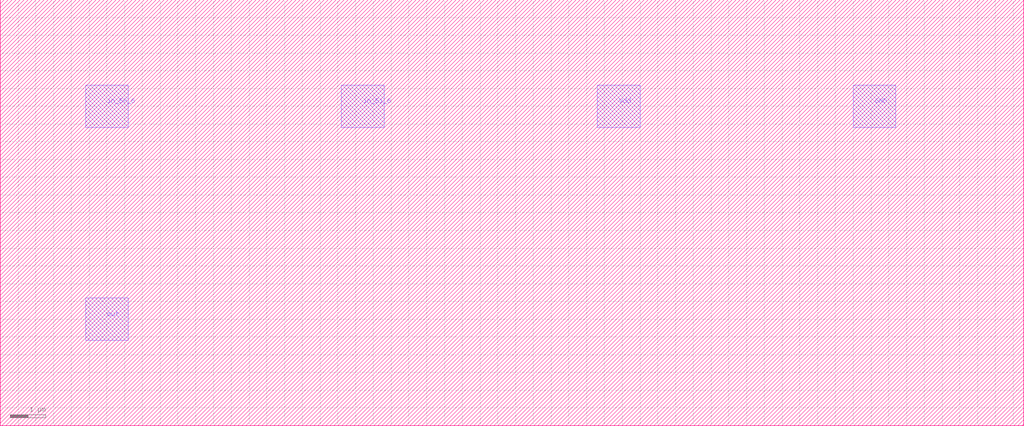
<source format=lef>
VERSION 5.6 ;

BUSBITCHARS "[]" ;

DIVIDERCHAR "/" ;

UNITS
    DATABASE MICRONS 2000 ;
END UNITS

MANUFACTURINGGRID 0.000500 ; 

CLEARANCEMEASURE EUCLIDEAN ; 

USEMINSPACING OBS ON ; 

SITE CoreSite
    CLASS CORE ;
    SIZE 2.400000 BY 2.400000 ;
END CoreSite

LAYER m1
   TYPE ROUTING ;
   DIRECTION VERTICAL ;
   MINWIDTH 1.200000 ;
   AREA 0.810000 ;
   WIDTH 1.200000 ;
   SPACINGTABLE
      PARALLELRUNLENGTH 0.0
      WIDTH 0.0 1.200000 ;
   PITCH 2.400000 2.400000 ;
END m1

LAYER v1
    TYPE CUT ;
    SPACING 0.900000 ;
    WIDTH 0.600000 ;
    ENCLOSURE ABOVE 0.300000 0.300000 ;
    ENCLOSURE BELOW 0.300000 0.300000 ;
END v1

LAYER m2
   TYPE ROUTING ;
   DIRECTION HORIZONTAL ;
   MINWIDTH 1.200000 ;
   AREA 0.810000 ;
   WIDTH 1.200000 ;
   SPACINGTABLE
      PARALLELRUNLENGTH 0.0
      WIDTH 0.0 1.200000 ;
   PITCH 2.400000 2.400000 ;
END m2

LAYER v2
    TYPE CUT ;
    SPACING 0.900000 ;
    WIDTH 0.600000 ;
    ENCLOSURE ABOVE 0.300000 0.300000 ;
    ENCLOSURE BELOW 0.300000 0.300000 ;
END v2

LAYER m3
   TYPE ROUTING ;
   DIRECTION VERTICAL ;
   MINWIDTH 1.800000 ;
   AREA 2.250000 ;
   WIDTH 1.800000 ;
   SPACINGTABLE
      PARALLELRUNLENGTH 0.0
      WIDTH 0.0 1.200000 ;
   PITCH 3.000000 3.000000 ;
END m3

LAYER OVERLAP
   TYPE OVERLAP ;
END OVERLAP

VIA v1_C DEFAULT
   LAYER m1 ;
     RECT -0.600000 -0.600000 0.600000 0.600000 ;
   LAYER v1 ;
     RECT -0.300000 -0.300000 0.300000 0.300000 ;
   LAYER m2 ;
     RECT -2.000000 -0.600000 2.000000 0.600000 ;
END v1_C

VIA v2_C DEFAULT
   LAYER m2 ;
     RECT -0.600000 -0.600000 0.600000 0.600000 ;
   LAYER v2 ;
     RECT -0.300000 -0.300000 0.300000 0.300000 ;
   LAYER m3 ;
     RECT -0.600000 -2.000000 0.600000 2.000000 ;
END v2_C

MACRO _0_0cell_0_0g1x0
    CLASS CORE ;
    FOREIGN _0_0cell_0_0g1x0 0.000000 0.000000 ;
    ORIGIN 0.000000 0.000000 ;
    SIZE 28.800000 BY 12.000000 ;
    SYMMETRY X Y ;
    SITE CoreSite ;
    PIN in_50_6
        DIRECTION INPUT ;
        USE SIGNAL ;
        PORT
        LAYER m2 ;
        RECT 2.400000 8.400000 3.600000 9.600000 ;
        END
    END in_50_6
    PIN in_51_6
        DIRECTION INPUT ;
        USE SIGNAL ;
        PORT
        LAYER m2 ;
        RECT 9.600000 8.400000 10.800000 9.600000 ;
        END
    END in_51_6
    PIN out
        DIRECTION OUTPUT ;
        USE SIGNAL ;
        PORT
        LAYER m2 ;
        RECT 2.400000 2.400000 3.600000 3.600000 ;
        END
        ANTENNADIFFAREA 2.430000 ;
    END out
    PIN Vdd
        DIRECTION INPUT ;
        USE POWER ;
        PORT
        LAYER m2 ;
        RECT 16.800000 8.400000 18.000000 9.600000 ;
        END
        ANTENNADIFFAREA 4.050000 ;
    END Vdd
    PIN GND
        DIRECTION INPUT ;
        USE GROUND ;
        PORT
        LAYER m2 ;
        RECT 24.000000 8.400000 25.200000 9.600000 ;
        END
        ANTENNADIFFAREA 2.970000 ;
    END GND
END _0_0cell_0_0g1x0

MACRO welltap_svt
    CLASS CORE WELLTAP ;
    FOREIGN welltap_svt 0.000000 0.000000 ;
    ORIGIN 0.000000 0.000000 ;
    SIZE 4.800000 BY 12.000000 ;
    SYMMETRY X Y ;
    SITE CoreSite ;
    PIN Vdd
        DIRECTION INPUT ;
        USE POWER ;
        PORT
        LAYER m2 ;
        RECT 2.400000 8.400000 3.600000 9.600000 ;
        END
    END Vdd
    PIN GND
        DIRECTION INPUT ;
        USE GROUND ;
        PORT
        LAYER m2 ;
        RECT 2.400000 2.400000 3.600000 3.600000 ;
        END
    END GND
END welltap_svt


</source>
